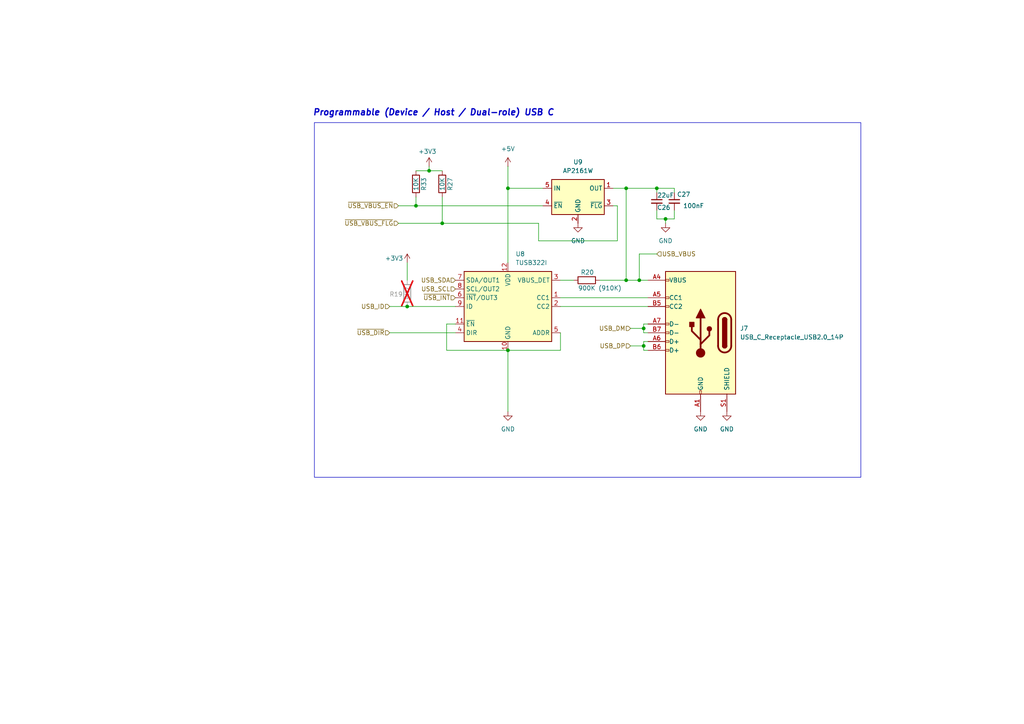
<source format=kicad_sch>
(kicad_sch (version 20231120) (generator "eeschema") (generator_version "8.0")
  (paper "A4")
  (lib_symbols
    (symbol "Connector:USB_C_Receptacle_USB2.0_14P" (pin_names (offset 1.016))
      (property "Reference" "J" (at 0 22.225 0))
      (property "Value" "USB_C_Receptacle_USB2.0_14P" (at 0 19.685 0))
      (symbol "USB_C_Receptacle_USB2.0_14P_0_0"
        (rectangle (start -0.254 -17.78) (end 0.254 -16.764))
        (rectangle (start 10.16 -4.826) (end 9.144 -5.334))
        (rectangle (start 10.16 -2.286) (end 9.144 -2.794))
        (rectangle (start 10.16 0.254) (end 9.144 -0.254))
        (rectangle (start 10.16 2.794) (end 9.144 2.286))
        (rectangle (start 10.16 7.874) (end 9.144 7.366))
        (rectangle (start 10.16 10.414) (end 9.144 9.906))
        (rectangle (start 10.16 15.494) (end 9.144 14.986))
      )
      (symbol "USB_C_Receptacle_USB2.0_14P_0_1"
        (rectangle (start -10.16 17.78) (end 10.16 -17.78) (stroke (width 0.254)) (fill (type background)))
        (arc (start -8.89 -3.81) (mid -6.985 -5.7067) (end -5.08 -3.81) (stroke (width 0.508)))
        (arc (start -7.62 -3.81) (mid -6.985 -4.4423) (end -6.35 -3.81) (stroke (width 0.254)))
        (arc (start -7.62 -3.81) (mid -6.985 -4.4423) (end -6.35 -3.81) (stroke (width 0.254)) (fill (type outline)))
        (rectangle (start -7.62 -3.81) (end -6.35 3.81) (stroke (width 0.254)) (fill (type outline)))
        (arc (start -6.35 3.81) (mid -6.985 4.4423) (end -7.62 3.81) (stroke (width 0.254)))
        (arc (start -6.35 3.81) (mid -6.985 4.4423) (end -7.62 3.81) (stroke (width 0.254)) (fill (type outline)))
        (arc (start -5.08 3.81) (mid -6.985 5.7067) (end -8.89 3.81) (stroke (width 0.508)))
        (circle (center -2.54 1.143) (radius 0.635) (stroke (width 0.254)) (fill (type outline)))
        (circle (center 0 -5.842) (radius 1.27) (fill (type outline)))
        (polyline (pts (xy -8.89 -3.81) (xy -8.89 3.81)) (stroke (width 0.508)))
        (polyline (pts (xy -5.08 3.81) (xy -5.08 -3.81)) (stroke (width 0.508)))
        (polyline (pts (xy 0 -5.842) (xy 0 4.318)) (stroke (width 0.508)))
        (polyline (pts (xy 0 -3.302) (xy -2.54 -0.762) (xy -2.54 0.508)) (stroke (width 0.508)))
        (polyline (pts (xy 0 -2.032) (xy 2.54 0.508) (xy 2.54 1.778)) (stroke (width 0.508)))
        (polyline (pts (xy -1.27 4.318) (xy 0 6.858) (xy 1.27 4.318) (xy -1.27 4.318)) (stroke (width 0.254)) (fill (type outline)))
        (rectangle (start 1.905 1.778) (end 3.175 3.048) (stroke (width 0.254)) (fill (type outline)))
      )
      (symbol "USB_C_Receptacle_USB2.0_14P_1_1"
        (pin passive line (at 0 -22.86 90) (length 5.08) (name "GND") (number "A1"))
        (pin passive line (at 0 -22.86 90) (length 5.08) hide (name "GND") (number "A12"))
        (pin passive line (at 15.24 15.24 180) (length 5.08) (name "VBUS") (number "A4"))
        (pin bidirectional line (at 15.24 10.16 180) (length 5.08) (name "CC1") (number "A5"))
        (pin bidirectional line (at 15.24 -2.54 180) (length 5.08) (name "D+") (number "A6"))
        (pin bidirectional line (at 15.24 2.54 180) (length 5.08) (name "D-") (number "A7"))
        (pin passive line (at 15.24 15.24 180) (length 5.08) hide (name "VBUS") (number "A9"))
        (pin passive line (at 0 -22.86 90) (length 5.08) hide (name "GND") (number "B1"))
        (pin passive line (at 0 -22.86 90) (length 5.08) hide (name "GND") (number "B12"))
        (pin passive line (at 15.24 15.24 180) (length 5.08) hide (name "VBUS") (number "B4"))
        (pin bidirectional line (at 15.24 7.62 180) (length 5.08) (name "CC2") (number "B5"))
        (pin bidirectional line (at 15.24 -5.08 180) (length 5.08) (name "D+") (number "B6"))
        (pin bidirectional line (at 15.24 0 180) (length 5.08) (name "D-") (number "B7"))
        (pin passive line (at 15.24 15.24 180) (length 5.08) hide (name "VBUS") (number "B9"))
        (pin passive line (at -7.62 -22.86 90) (length 5.08) (name "SHIELD") (number "S1"))
      )
    )
    (symbol "Device:C_Small" (pin_numbers hide) (pin_names (offset 0.254) hide)
      (property "Reference" "C" (at 0.254 1.778 0))
      (property "Value" "C_Small" (at 0.254 -2.032 0))
      (symbol "C_Small_0_1"
        (polyline (pts (xy -1.524 -0.508) (xy 1.524 -0.508)) (stroke (width 0.3302)))
        (polyline (pts (xy -1.524 0.508) (xy 1.524 0.508)) (stroke (width 0.3048)))
      )
      (symbol "C_Small_1_1"
        (pin passive line (at 0 2.54 270) (length 2.032) (name "~") (number "1"))
        (pin passive line (at 0 -2.54 90) (length 2.032) (name "~") (number "2"))
      )
    )
    (symbol "Device:R" (pin_numbers hide) (pin_names (offset 0))
      (property "Reference" "R" (at 2.032 0 90))
      (property "Value" "R" (at 0 0 90))
      (symbol "R_0_1"
        (rectangle (start -1.016 -2.54) (end 1.016 2.54) (stroke (width 0.254)))
      )
      (symbol "R_1_1"
        (pin passive line (at 0 3.81 270) (length 1.27) (name "~") (number "1"))
        (pin passive line (at 0 -3.81 90) (length 1.27) (name "~") (number "2"))
      )
    )
    (symbol "Interface_USB:TUSB322I"
      (property "Reference" "U" (at -11.43 11.43 0))
      (property "Value" "TUSB322I" (at 7.62 11.43 0))
      (symbol "TUSB322I_1_1"
        (rectangle (start -12.7 10.16) (end 12.7 -10.16) (stroke (width 0.254)) (fill (type background)))
        (pin bidirectional line (at 15.24 2.54 180) (length 2.54) (name "CC1") (number "1"))
        (pin power_in line (at 0 -12.7 90) (length 2.54) (name "GND") (number "10"))
        (pin input line (at -15.24 -5.08 0) (length 2.54) (name "~{EN}") (number "11"))
        (pin power_in line (at 0 12.7 270) (length 2.54) (name "VDD") (number "12"))
        (pin bidirectional line (at 15.24 0 180) (length 2.54) (name "CC2") (number "2"))
        (pin input line (at 15.24 7.62 180) (length 2.54) (name "VBUS_DET") (number "3"))
        (pin open_collector line (at -15.24 -7.62 0) (length 2.54) (name "DIR") (number "4"))
        (pin input line (at 15.24 -7.62 180) (length 2.54) (name "ADDR") (number "5"))
        (pin open_collector line (at -15.24 2.54 0) (length 2.54) (name "~{INT}/OUT3") (number "6"))
        (pin bidirectional line (at -15.24 7.62 0) (length 2.54) (name "SDA/OUT1") (number "7"))
        (pin bidirectional line (at -15.24 5.08 0) (length 2.54) (name "SCL/OUT2") (number "8"))
        (pin open_collector line (at -15.24 0 0) (length 2.54) (name "ID") (number "9"))
      )
    )
    (symbol "Power_Management:AP2161W"
      (property "Reference" "U" (at -7.62 -6.35 0))
      (property "Value" "AP2161W" (at -7.62 6.35 0))
      (symbol "AP2161W_0_1"
        (rectangle (start -7.62 5.08) (end 7.62 -5.08) (stroke (width 0.254)) (fill (type background)))
      )
      (symbol "AP2161W_1_1"
        (pin power_out line (at 10.16 2.54 180) (length 2.54) (name "OUT") (number "1"))
        (pin power_in line (at 0 -7.62 90) (length 2.54) (name "GND") (number "2"))
        (pin open_collector line (at 10.16 -2.54 180) (length 2.54) (name "~{FLG}") (number "3"))
        (pin input line (at -10.16 -2.54 0) (length 2.54) (name "~{EN}") (number "4"))
        (pin power_in line (at -10.16 2.54 0) (length 2.54) (name "IN") (number "5"))
      )
    )
    (symbol "power:+3V3" (power) (pin_names (offset 0))
      (property "Value" "+3V3" (at 0 3.556 0))
      (symbol "+3V3_0_1"
        (polyline (pts (xy -0.762 1.27) (xy 0 2.54)))
        (polyline (pts (xy 0 0) (xy 0 2.54)))
        (polyline (pts (xy 0 2.54) (xy 0.762 1.27)))
      )
      (symbol "+3V3_1_1"
        (pin power_in line (at 0 0 90) (length 0) hide (name "+3V3") (number "1"))
      )
    )
    (symbol "power:+5V" (power) (pin_numbers hide) (pin_names (offset 0) hide)
      (property "Value" "+5V" (at 0 3.556 0))
      (symbol "+5V_0_1"
        (polyline (pts (xy -0.762 1.27) (xy 0 2.54)))
        (polyline (pts (xy 0 0) (xy 0 2.54)))
        (polyline (pts (xy 0 2.54) (xy 0.762 1.27)))
      )
      (symbol "+5V_1_1"
        (pin power_in line (at 0 0 90) (length 0) (name "~") (number "1"))
      )
    )
    (symbol "power:GND" (power) (pin_names (offset 0))
      (property "Value" "GND" (at 0 -3.81 0))
      (symbol "GND_0_1"
        (polyline (pts (xy 0 0) (xy 0 -1.27) (xy 1.27 -1.27) (xy 0 -2.54) (xy -1.27 -1.27) (xy 0 -1.27)))
      )
      (symbol "GND_1_1"
        (pin power_in line (at 0 0 270) (length 0) hide (name "GND") (number "1"))
      )
    )
  )
  (junction (at 147.32 101.6))
  (junction (at 181.61 54.61))
  (junction (at 190.5 54.61))
  (junction (at 147.32 54.61))
  (junction (at 128.27 64.77))
  (junction (at 181.61 81.28))
  (junction (at 186.69 95.25))
  (junction (at 124.46 49.53))
  (junction (at 193.04 63.5))
  (junction (at 186.69 100.33))
  (junction (at 120.65 59.69))
  (junction (at 118.11 88.9))
  (junction (at 185.42 81.28))
  (wire (pts (xy 179.07 69.85) (xy 156.21 69.85)))
  (wire (pts (xy 185.42 81.28) (xy 187.96 81.28)))
  (wire (pts (xy 186.69 93.98) (xy 186.69 95.25)))
  (wire (pts (xy 177.8 54.61) (xy 181.61 54.61)))
  (wire (pts (xy 195.58 63.5) (xy 195.58 60.96)))
  (wire (pts (xy 147.32 48.26) (xy 147.32 54.61)))
  (wire (pts (xy 162.56 81.28) (xy 166.37 81.28)))
  (wire (pts (xy 120.65 57.15) (xy 120.65 59.69)))
  (wire (pts (xy 190.5 54.61) (xy 190.5 55.88)))
  (wire (pts (xy 187.96 93.98) (xy 186.69 93.98)))
  (wire (pts (xy 182.88 95.25) (xy 186.69 95.25)))
  (wire (pts (xy 147.32 101.6) (xy 147.32 119.38)))
  (wire (pts (xy 147.32 54.61) (xy 157.48 54.61)))
  (wire (pts (xy 156.21 64.77) (xy 128.27 64.77)))
  (wire (pts (xy 147.32 54.61) (xy 147.32 76.2)))
  (wire (pts (xy 185.42 73.66) (xy 190.5 73.66)))
  (wire (pts (xy 113.03 96.52) (xy 132.08 96.52)))
  (wire (pts (xy 179.07 59.69) (xy 179.07 69.85)))
  (wire (pts (xy 177.8 59.69) (xy 179.07 59.69)))
  (wire (pts (xy 120.65 59.69) (xy 157.48 59.69)))
  (wire (pts (xy 181.61 54.61) (xy 181.61 81.28)))
  (wire (pts (xy 187.96 101.6) (xy 186.69 101.6)))
  (wire (pts (xy 113.03 88.9) (xy 118.11 88.9)))
  (wire (pts (xy 162.56 86.36) (xy 187.96 86.36)))
  (wire (pts (xy 124.46 49.53) (xy 120.65 49.53)))
  (wire (pts (xy 124.46 49.53) (xy 124.46 48.26)))
  (wire (pts (xy 193.04 63.5) (xy 193.04 64.77)))
  (wire (pts (xy 132.08 93.98) (xy 129.54 93.98)))
  (wire (pts (xy 190.5 60.96) (xy 190.5 63.5)))
  (wire (pts (xy 156.21 69.85) (xy 156.21 64.77)))
  (wire (pts (xy 115.57 59.69) (xy 120.65 59.69)))
  (wire (pts (xy 195.58 54.61) (xy 195.58 55.88)))
  (wire (pts (xy 181.61 81.28) (xy 185.42 81.28)))
  (wire (pts (xy 182.88 100.33) (xy 186.69 100.33)))
  (wire (pts (xy 190.5 63.5) (xy 193.04 63.5)))
  (wire (pts (xy 173.99 81.28) (xy 181.61 81.28)))
  (wire (pts (xy 118.11 81.28) (xy 118.11 76.2)))
  (wire (pts (xy 147.32 101.6) (xy 162.56 101.6)))
  (wire (pts (xy 186.69 100.33) (xy 186.69 99.06)))
  (wire (pts (xy 185.42 81.28) (xy 185.42 73.66)))
  (wire (pts (xy 128.27 57.15) (xy 128.27 64.77)))
  (wire (pts (xy 129.54 101.6) (xy 147.32 101.6)))
  (wire (pts (xy 129.54 93.98) (xy 129.54 101.6)))
  (wire (pts (xy 190.5 54.61) (xy 195.58 54.61)))
  (wire (pts (xy 162.56 101.6) (xy 162.56 96.52)))
  (wire (pts (xy 186.69 95.25) (xy 186.69 96.52)))
  (wire (pts (xy 186.69 101.6) (xy 186.69 100.33)))
  (wire (pts (xy 118.11 88.9) (xy 132.08 88.9)))
  (wire (pts (xy 115.57 64.77) (xy 128.27 64.77)))
  (wire (pts (xy 186.69 96.52) (xy 187.96 96.52)))
  (wire (pts (xy 193.04 63.5) (xy 195.58 63.5)))
  (wire (pts (xy 162.56 88.9) (xy 187.96 88.9)))
  (wire (pts (xy 128.27 49.53) (xy 124.46 49.53)))
  (wire (pts (xy 186.69 99.06) (xy 187.96 99.06)))
  (wire (pts (xy 181.61 54.61) (xy 190.5 54.61)))
  (rectangle (start 91.186 35.56) (end 249.682 138.43))
  (text "Programmable (Device / Host / Dual-role) USB C" (at 125.73 32.766 0) (effects (font (size 1.778 1.778) (thickness 0.3556) (bold yes) (italic yes))))
  (hierarchical_label "USB_VBUS" (shape input) (at 190.5 73.66 0))
  (hierarchical_label "USB_ID" (shape input) (at 113.03 88.9 180))
  (hierarchical_label "~{USB_VBUS_FLG}" (shape input) (at 115.57 64.77 180))
  (hierarchical_label "USB_SDA" (shape input) (at 132.08 81.28 180))
  (hierarchical_label "~{USB_DIR}" (shape input) (at 113.03 96.52 180))
  (hierarchical_label "USB_DP" (shape input) (at 182.88 100.33 180))
  (hierarchical_label "USB_DM" (shape input) (at 182.88 95.25 180))
  (hierarchical_label "USB_SCL" (shape input) (at 132.08 83.82 180))
  (hierarchical_label "~{USB_INT}" (shape input) (at 132.08 86.36 180))
  (hierarchical_label "~{USB_VBUS_EN}" (shape input) (at 115.57 59.69 180))
  (symbol (lib_id "Device:R") (at 170.18 81.28 270) (unit 1)
    (property "Reference" "R20" (at 168.402 78.994 90) (effects (justify left)))
    (property "Value" "900K (910K)" (at 167.64 83.566 90) (effects (justify left)))
    (property "Footprint" "Resistor_SMD:R_0402_1005Metric" (effects (hide yes)))
    (property "lcsc#" "C25800" (effects (hide yes)))
    (property "LCSC" "C25800" (effects (hide yes)))
  )
  (symbol (lib_id "power:GND") (at 210.82 119.38 0) (mirror y) (unit 1)
    (property "Reference" "#PWR056" (effects (hide yes)))
    (property "Value" "GND" (at 210.82 124.46 0))
  )
  (symbol (lib_id "power:+3V3") (at 118.11 76.2 0) (unit 1)
    (property "Reference" "#PWR04" (effects (hide yes)))
    (property "Value" "+3V3" (at 114.3 74.93 0))
  )
  (symbol (lib_id "Power_Management:AP2161W") (at 167.64 57.15 0) (unit 1)
    (property "Reference" "U9" (at 167.64 46.99 0))
    (property "Value" "AP2161W" (at 167.64 49.53 0))
    (property "Footprint" "Package_TO_SOT_SMD:SOT-23-5" (effects (hide yes)))
    (property "Datasheet" "https://www.diodes.com/assets/Datasheets/AP2161.pdf" (effects (hide yes)))
    (property "Description" "Current limited power switch, single channel, SOT-23-5" (effects (hide yes)))
    (property "lcsc#" "C176957" (effects (hide yes)))
    (property "LCSC" "C176957" (effects (hide yes)))
  )
  (symbol (lib_id "power:GND") (at 203.2 119.38 0) (mirror y) (unit 1)
    (property "Reference" "#PWR055" (effects (hide yes)))
    (property "Value" "GND" (at 203.2 124.46 0))
  )
  (symbol (lib_id "Device:R") (at 118.11 85.09 180) (unit 1) (dnp yes)
    (property "Reference" "R19" (at 116.84 85.344 0) (effects (justify left)))
    (property "Value" "4K7" (at 118.11 83.058 90) (effects (justify left)))
    (property "Footprint" "Resistor_SMD:R_0402_1005Metric" (effects (hide yes)))
    (property "Mfg" "Yageo" (effects (hide yes)))
    (property "LCSC" "C25900" (effects (hide yes)))
  )
  (symbol (lib_id "Device:C_Small") (at 190.5 58.42 0) (mirror y) (unit 1)
    (property "Reference" "C26" (at 192.532 60.198 0))
    (property "Value" "22uF" (at 193.04 56.642 0))
    (property "Footprint" "Capacitor_SMD:C_1206_3216Metric" (effects (hide yes)))
    (property "Description" "Unpolarized capacitor, small symbol" (effects (hide yes)))
    (property "mfg#" " CL31A226KAHNNNE" (effects (hide yes)))
    (property "lcsc#" "C12891" (effects (hide yes)))
    (property "LCSC" "C12891" (effects (hide yes)))
  )
  (symbol (lib_id "Device:R") (at 120.65 53.34 0) (unit 1)
    (property "Reference" "R33" (at 122.936 55.372 90) (effects (justify left)))
    (property "Value" "10K" (at 120.65 55.372 90) (effects (justify left)))
    (property "Footprint" "Resistor_SMD:R_0402_1005Metric" (effects (hide yes)))
    (property "Mfg" "Yageo" (effects (hide yes)))
    (property "lcsc#" "C25744" (effects (hide yes)))
    (property "LCSC" "C25744" (effects (hide yes)))
  )
  (symbol (lib_id "power:GND") (at 167.64 64.77 0) (mirror y) (unit 1)
    (property "Reference" "#PWR048" (effects (hide yes)))
    (property "Value" "GND" (at 167.64 69.85 0))
  )
  (symbol (lib_id "power:GND") (at 147.32 119.38 0) (mirror y) (unit 1)
    (property "Reference" "#PWR03" (effects (hide yes)))
    (property "Value" "GND" (at 147.32 124.46 0))
  )
  (symbol (lib_id "Device:R") (at 128.27 53.34 0) (unit 1)
    (property "Reference" "R27" (at 130.556 55.372 90) (effects (justify left)))
    (property "Value" "10K" (at 128.27 55.372 90) (effects (justify left)))
    (property "Footprint" "Resistor_SMD:R_0402_1005Metric" (effects (hide yes)))
    (property "Mfg" "Yageo" (effects (hide yes)))
    (property "lcsc#" "C25744" (effects (hide yes)))
    (property "LCSC" "C25744" (effects (hide yes)))
  )
  (symbol (lib_id "Device:C_Small") (at 195.58 58.42 0) (unit 1)
    (property "Reference" "C27" (at 196.342 56.388 0) (effects (justify left)))
    (property "Value" "100nF" (at 198.12 59.6962 0) (effects (justify left)))
    (property "Footprint" "Capacitor_SMD:C_0603_1608Metric" (effects (hide yes)))
    (property "Datasheet" "https://datasheet.lcsc.com/lcsc/1912111437_TDK-C1608X7R1E104KT000N_C338036.pdf" (effects (hide yes)))
    (property "lcsc#" "C14663" (effects (hide yes)))
    (property "mfg#" "C1608X7R1E104KT000N" (effects (hide yes)))
    (property "LCSC" "C14663" (effects (hide yes)))
  )
  (symbol (lib_id "power:+3V3") (at 124.46 48.26 0) (unit 1)
    (property "Reference" "#PWR034" (effects (hide yes)))
    (property "Value" "+3V3" (at 123.952 43.942 0))
  )
  (symbol (lib_id "power:+5V") (at 147.32 48.26 0) (unit 1)
    (property "Reference" "#PWR054" (effects (hide yes)))
    (property "Value" "+5V" (at 147.32 43.18 0))
    (property "Description" "Power symbol creates a global label with name \"+5V\"" (effects (hide yes)))
  )
  (symbol (lib_id "power:GND") (at 193.04 64.77 0) (mirror y) (unit 1)
    (property "Reference" "#PWR038" (effects (hide yes)))
    (property "Value" "GND" (at 193.04 69.85 0))
  )
  (symbol (lib_id "Interface_USB:TUSB322I") (at 147.32 88.9 0) (unit 1)
    (property "Reference" "U8" (at 149.5141 73.66 0) (effects (justify left)))
    (property "Value" "TUSB322I" (at 149.5141 76.2 0) (effects (justify left)))
    (property "Footprint" "Package_DFN_QFN:Texas_X2QFN-12_1.6x1.6mm_P0.4mm" (effects (hide yes)))
    (property "Datasheet" "www.ti.com/lit/ds/symlink/tusb322i.pdf" (effects (hide yes)))
    (property "Description" "USB Type-C Configuration Channel Logic and Port Control with VCONN, X2QFN-12" (effects (hide yes)))
    (property "lcsc#" "C2674422" (effects (hide yes)))
    (property "LCSC" "C2674422" (effects (hide yes)))
  )
  (symbol (lib_id "Connector:USB_C_Receptacle_USB2.0_14P") (at 203.2 96.52 0) (mirror y) (unit 1)
    (property "Reference" "J7" (at 214.63 95.2499 0) (effects (justify right)))
    (property "Value" "USB_C_Receptacle_USB2.0_14P" (at 214.63 97.7899 0) (effects (justify right)))
    (property "Footprint" "usb:USB-C-TH_U264-141N-4BAC10" (effects (hide yes)))
    (property "Datasheet" "https://www.usb.org/sites/default/files/documents/usb_type-c.zip" (effects (hide yes)))
    (property "Description" "USB 2.0-only 14P Type-C Receptacle connector" (effects (hide yes)))
    (property "lcsc#" "C692526" (effects (hide yes)))
    (property "LCSC" "C692526" (effects (hide yes)))
  )
)
</source>
